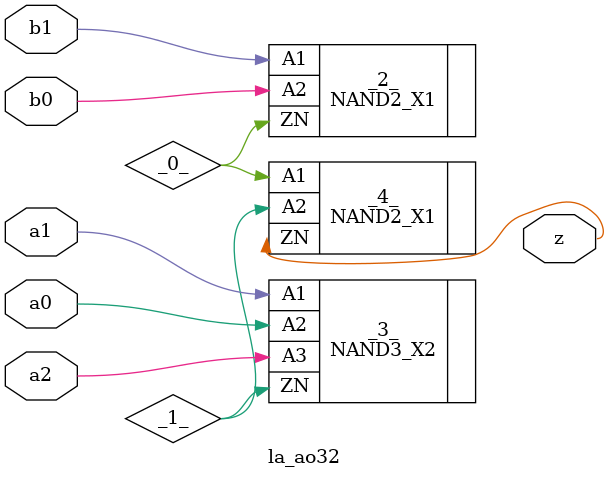
<source format=v>

/* Generated by Yosys 0.37 (git sha1 a5c7f69ed, clang 14.0.0-1ubuntu1.1 -fPIC -Os) */

module la_ao32(a0, a1, a2, b0, b1, z);
  wire _0_;
  wire _1_;
  input a0;
  wire a0;
  input a1;
  wire a1;
  input a2;
  wire a2;
  input b0;
  wire b0;
  input b1;
  wire b1;
  output z;
  wire z;
  NAND2_X1 _2_ (
    .A1(b1),
    .A2(b0),
    .ZN(_0_)
  );
  NAND3_X2 _3_ (
    .A1(a1),
    .A2(a0),
    .A3(a2),
    .ZN(_1_)
  );
  NAND2_X1 _4_ (
    .A1(_0_),
    .A2(_1_),
    .ZN(z)
  );
endmodule

</source>
